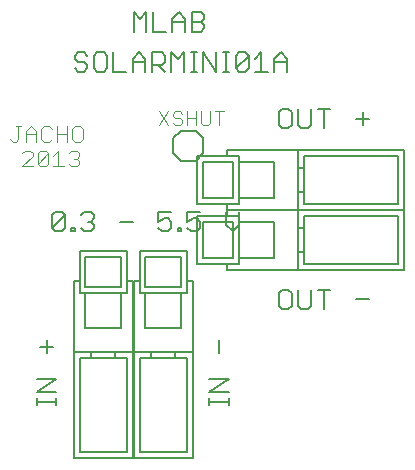
<source format=gbr>
G75*
G70*
%OFA0B0*%
%FSLAX24Y24*%
%IPPOS*%
%LPD*%
%AMOC8*
5,1,8,0,0,1.08239X$1,22.5*
%
%ADD10C,0.0060*%
%ADD11C,0.0040*%
%ADD12C,0.0050*%
D10*
X004148Y005471D02*
X004148Y005684D01*
X004148Y005577D02*
X004789Y005577D01*
X004789Y005471D02*
X004789Y005684D01*
X004789Y005900D02*
X004148Y005900D01*
X004789Y006327D01*
X004148Y006327D01*
X004468Y007189D02*
X004468Y007616D01*
X004255Y007403D02*
X004682Y007403D01*
X004758Y011258D02*
X004652Y011365D01*
X005079Y011792D01*
X005079Y011365D01*
X004972Y011258D01*
X004758Y011258D01*
X004652Y011365D02*
X004652Y011792D01*
X004758Y011898D01*
X004972Y011898D01*
X005079Y011792D01*
X005296Y011365D02*
X005403Y011365D01*
X005403Y011258D01*
X005296Y011258D01*
X005296Y011365D01*
X005618Y011365D02*
X005725Y011258D01*
X005939Y011258D01*
X006046Y011365D01*
X006046Y011471D01*
X005939Y011578D01*
X005832Y011578D01*
X005939Y011578D02*
X006046Y011685D01*
X006046Y011792D01*
X005939Y011898D01*
X005725Y011898D01*
X005618Y011792D01*
X006908Y011578D02*
X007335Y011578D01*
X008197Y011578D02*
X008410Y011685D01*
X008517Y011685D01*
X008624Y011578D01*
X008624Y011365D01*
X008517Y011258D01*
X008303Y011258D01*
X008197Y011365D01*
X008197Y011578D02*
X008197Y011898D01*
X008624Y011898D01*
X009164Y011898D02*
X009164Y011578D01*
X009377Y011685D01*
X009484Y011685D01*
X009591Y011578D01*
X009591Y011365D01*
X009484Y011258D01*
X009270Y011258D01*
X009164Y011365D01*
X008948Y011365D02*
X008948Y011258D01*
X008841Y011258D01*
X008841Y011365D01*
X008948Y011365D01*
X009164Y011898D02*
X009591Y011898D01*
X010453Y011898D02*
X010453Y011471D01*
X010666Y011258D01*
X010880Y011471D01*
X010880Y011898D01*
X009439Y013602D02*
X008939Y013602D01*
X008689Y013852D01*
X008689Y014352D01*
X008939Y014602D01*
X009439Y014602D01*
X009689Y014352D01*
X009689Y013852D01*
X009439Y013602D01*
X009480Y016573D02*
X009267Y016573D01*
X009374Y016573D02*
X009374Y017213D01*
X009480Y017213D02*
X009267Y017213D01*
X009049Y017213D02*
X009049Y016573D01*
X008622Y016573D02*
X008622Y017213D01*
X008836Y017000D01*
X009049Y017213D01*
X009697Y017213D02*
X009697Y016573D01*
X010124Y016573D02*
X009697Y017213D01*
X010124Y017213D02*
X010124Y016573D01*
X010341Y016573D02*
X010555Y016573D01*
X010448Y016573D02*
X010448Y017213D01*
X010341Y017213D02*
X010555Y017213D01*
X010771Y017107D02*
X010878Y017213D01*
X011091Y017213D01*
X011198Y017107D01*
X010771Y016680D01*
X010878Y016573D01*
X011091Y016573D01*
X011198Y016680D01*
X011198Y017107D01*
X011415Y017000D02*
X011629Y017213D01*
X011629Y016573D01*
X011415Y016573D02*
X011843Y016573D01*
X012060Y016573D02*
X012060Y017000D01*
X012274Y017213D01*
X012487Y017000D01*
X012487Y016573D01*
X012487Y016893D02*
X012060Y016893D01*
X010771Y016680D02*
X010771Y017107D01*
X009729Y018018D02*
X009729Y018125D01*
X009622Y018232D01*
X009302Y018232D01*
X009302Y018552D02*
X009302Y017911D01*
X009622Y017911D01*
X009729Y018018D01*
X009622Y018232D02*
X009729Y018339D01*
X009729Y018445D01*
X009622Y018552D01*
X009302Y018552D01*
X009084Y018339D02*
X009084Y017911D01*
X009084Y018232D02*
X008657Y018232D01*
X008657Y018339D02*
X008657Y017911D01*
X008440Y017911D02*
X008013Y017911D01*
X008013Y018552D01*
X007795Y018552D02*
X007795Y017911D01*
X007368Y017911D02*
X007368Y018552D01*
X007582Y018339D01*
X007795Y018552D01*
X008657Y018339D02*
X008871Y018552D01*
X009084Y018339D01*
X008298Y017213D02*
X007978Y017213D01*
X007978Y016573D01*
X007978Y016786D02*
X008298Y016786D01*
X008405Y016893D01*
X008405Y017107D01*
X008298Y017213D01*
X008191Y016786D02*
X008405Y016573D01*
X007760Y016573D02*
X007760Y017000D01*
X007547Y017213D01*
X007333Y017000D01*
X007333Y016573D01*
X007116Y016573D02*
X006689Y016573D01*
X006689Y017213D01*
X006471Y017107D02*
X006365Y017213D01*
X006151Y017213D01*
X006044Y017107D01*
X006044Y016680D01*
X006151Y016573D01*
X006365Y016573D01*
X006471Y016680D01*
X006471Y017107D01*
X005827Y017107D02*
X005720Y017213D01*
X005506Y017213D01*
X005400Y017107D01*
X005400Y017000D01*
X005506Y016893D01*
X005720Y016893D01*
X005827Y016786D01*
X005827Y016680D01*
X005720Y016573D01*
X005506Y016573D01*
X005400Y016680D01*
X007333Y016893D02*
X007760Y016893D01*
X012211Y015217D02*
X012211Y014790D01*
X012317Y014683D01*
X012531Y014683D01*
X012638Y014790D01*
X012638Y015217D01*
X012531Y015324D01*
X012317Y015324D01*
X012211Y015217D01*
X012855Y015324D02*
X012855Y014790D01*
X012962Y014683D01*
X013176Y014683D01*
X013282Y014790D01*
X013282Y015324D01*
X013500Y015324D02*
X013927Y015324D01*
X013713Y015324D02*
X013713Y014683D01*
X014789Y015003D02*
X015216Y015003D01*
X015002Y014790D02*
X015002Y015217D01*
X013927Y009300D02*
X013500Y009300D01*
X013713Y009300D02*
X013713Y008660D01*
X013282Y008766D02*
X013176Y008660D01*
X012962Y008660D01*
X012855Y008766D01*
X012855Y009300D01*
X012638Y009193D02*
X012531Y009300D01*
X012317Y009300D01*
X012211Y009193D01*
X012211Y008766D01*
X012317Y008660D01*
X012531Y008660D01*
X012638Y008766D01*
X012638Y009193D01*
X013282Y009300D02*
X013282Y008766D01*
X014789Y008980D02*
X015216Y008980D01*
X010537Y006327D02*
X009896Y006327D01*
X009896Y005900D02*
X010537Y006327D01*
X010537Y005900D02*
X009896Y005900D01*
X009896Y005684D02*
X009896Y005471D01*
X009896Y005577D02*
X010537Y005577D01*
X010537Y005471D02*
X010537Y005684D01*
X010216Y007189D02*
X010216Y007616D01*
D11*
X005465Y013413D02*
X005291Y013413D01*
X005204Y013500D01*
X005036Y013413D02*
X004689Y013413D01*
X004862Y013413D02*
X004862Y013934D01*
X004689Y013760D01*
X004520Y013847D02*
X004520Y013500D01*
X004433Y013413D01*
X004260Y013413D01*
X004173Y013500D01*
X004520Y013847D01*
X004433Y013934D01*
X004260Y013934D01*
X004173Y013847D01*
X004173Y013500D01*
X004004Y013413D02*
X003657Y013413D01*
X004004Y013760D01*
X004004Y013847D01*
X003918Y013934D01*
X003744Y013934D01*
X003657Y013847D01*
X003779Y014240D02*
X003779Y014587D01*
X003953Y014761D01*
X004126Y014587D01*
X004126Y014240D01*
X004295Y014327D02*
X004382Y014240D01*
X004555Y014240D01*
X004642Y014327D01*
X004811Y014240D02*
X004811Y014761D01*
X004642Y014674D02*
X004555Y014761D01*
X004382Y014761D01*
X004295Y014674D01*
X004295Y014327D01*
X004126Y014500D02*
X003779Y014500D01*
X003524Y014327D02*
X003524Y014761D01*
X003437Y014761D02*
X003611Y014761D01*
X003524Y014327D02*
X003437Y014240D01*
X003350Y014240D01*
X003264Y014327D01*
X004811Y014500D02*
X005158Y014500D01*
X005326Y014327D02*
X005413Y014240D01*
X005586Y014240D01*
X005673Y014327D01*
X005673Y014674D01*
X005586Y014761D01*
X005413Y014761D01*
X005326Y014674D01*
X005326Y014327D01*
X005158Y014240D02*
X005158Y014761D01*
X005291Y013934D02*
X005204Y013847D01*
X005291Y013934D02*
X005465Y013934D01*
X005551Y013847D01*
X005551Y013760D01*
X005465Y013674D01*
X005551Y013587D01*
X005551Y013500D01*
X005465Y013413D01*
X005465Y013674D02*
X005378Y013674D01*
X008224Y014791D02*
X008531Y015252D01*
X008685Y015175D02*
X008685Y015098D01*
X008761Y015021D01*
X008915Y015021D01*
X008992Y014945D01*
X008992Y014868D01*
X008915Y014791D01*
X008761Y014791D01*
X008685Y014868D01*
X008531Y014791D02*
X008224Y015252D01*
X008685Y015175D02*
X008761Y015252D01*
X008915Y015252D01*
X008992Y015175D01*
X009145Y015252D02*
X009145Y014791D01*
X009145Y015021D02*
X009452Y015021D01*
X009606Y014868D02*
X009682Y014791D01*
X009836Y014791D01*
X009912Y014868D01*
X009912Y015252D01*
X010066Y015252D02*
X010373Y015252D01*
X010219Y015252D02*
X010219Y014791D01*
X009606Y014868D02*
X009606Y015252D01*
X009452Y015252D02*
X009452Y014791D01*
D12*
X009496Y013748D02*
X010480Y013748D01*
X010480Y013945D01*
X012842Y013945D01*
X016385Y013945D01*
X016385Y011976D01*
X012842Y011976D01*
X012842Y012567D01*
X013039Y012567D01*
X013039Y013354D01*
X012842Y013354D01*
X012842Y012567D01*
X013039Y012567D02*
X013039Y012173D01*
X016189Y012173D01*
X016189Y013748D01*
X013039Y013748D01*
X013039Y013354D01*
X012842Y013354D02*
X012842Y013945D01*
X012055Y013551D02*
X012055Y012370D01*
X010874Y012370D01*
X010874Y012173D01*
X010480Y012173D01*
X010480Y011976D01*
X012842Y011976D01*
X012842Y011945D02*
X016385Y011945D01*
X016385Y009976D01*
X012842Y009976D01*
X012842Y010567D01*
X013039Y010567D01*
X013039Y011354D01*
X012842Y011354D01*
X012842Y010567D01*
X013039Y010567D02*
X013039Y010173D01*
X016189Y010173D01*
X016189Y011748D01*
X013039Y011748D01*
X013039Y011354D01*
X012842Y011354D02*
X012842Y011945D01*
X010480Y011945D01*
X010480Y011748D01*
X010874Y011748D01*
X010874Y011551D01*
X012055Y011551D01*
X012055Y010370D01*
X010874Y010370D01*
X010874Y010173D01*
X010480Y010173D01*
X010480Y009976D01*
X012842Y009976D01*
X010874Y010370D02*
X010874Y011551D01*
X010677Y011551D02*
X010677Y010370D01*
X009693Y010370D01*
X009693Y011551D01*
X010677Y011551D01*
X010480Y011748D02*
X009496Y011748D01*
X009496Y010173D01*
X010480Y010173D01*
X009338Y009598D02*
X009141Y009598D01*
X009141Y009204D01*
X008945Y009204D01*
X008945Y008023D01*
X007763Y008023D01*
X007763Y009204D01*
X007567Y009204D01*
X007567Y009598D01*
X007370Y009598D01*
X007370Y007236D01*
X007370Y003693D01*
X009338Y003693D01*
X009338Y007236D01*
X008748Y007236D01*
X008748Y007039D01*
X009141Y007039D01*
X009141Y003889D01*
X007567Y003889D01*
X007567Y007039D01*
X007960Y007039D01*
X007960Y007236D01*
X007370Y007236D01*
X007338Y007236D02*
X007338Y003693D01*
X005370Y003693D01*
X005370Y007236D01*
X005960Y007236D01*
X005960Y007039D01*
X006748Y007039D01*
X006748Y007236D01*
X005960Y007236D01*
X005960Y007039D02*
X005567Y007039D01*
X005567Y003889D01*
X007141Y003889D01*
X007141Y007039D01*
X006748Y007039D01*
X006748Y007236D02*
X007338Y007236D01*
X007338Y009598D01*
X007141Y009598D01*
X007141Y009204D01*
X006945Y009204D01*
X006945Y008023D01*
X005763Y008023D01*
X005763Y009204D01*
X005567Y009204D01*
X005567Y009598D01*
X005370Y009598D01*
X005370Y007236D01*
X005763Y009204D02*
X006945Y009204D01*
X006945Y009401D02*
X005763Y009401D01*
X005763Y010385D01*
X006945Y010385D01*
X006945Y009401D01*
X007141Y009598D02*
X007141Y010582D01*
X005567Y010582D01*
X005567Y009598D01*
X007567Y009598D02*
X007567Y010582D01*
X009141Y010582D01*
X009141Y009598D01*
X009338Y009598D02*
X009338Y007236D01*
X008748Y007236D02*
X007960Y007236D01*
X007960Y007039D02*
X008748Y007039D01*
X008945Y009204D02*
X007763Y009204D01*
X007763Y009401D02*
X007763Y010385D01*
X008945Y010385D01*
X008945Y009401D01*
X007763Y009401D01*
X009496Y012173D02*
X010480Y012173D01*
X010677Y012370D02*
X009693Y012370D01*
X009693Y013551D01*
X010677Y013551D01*
X010677Y012370D01*
X010874Y012370D02*
X010874Y013551D01*
X012055Y013551D01*
X010874Y013551D02*
X010874Y013748D01*
X010480Y013748D01*
X009496Y013748D02*
X009496Y012173D01*
M02*

</source>
